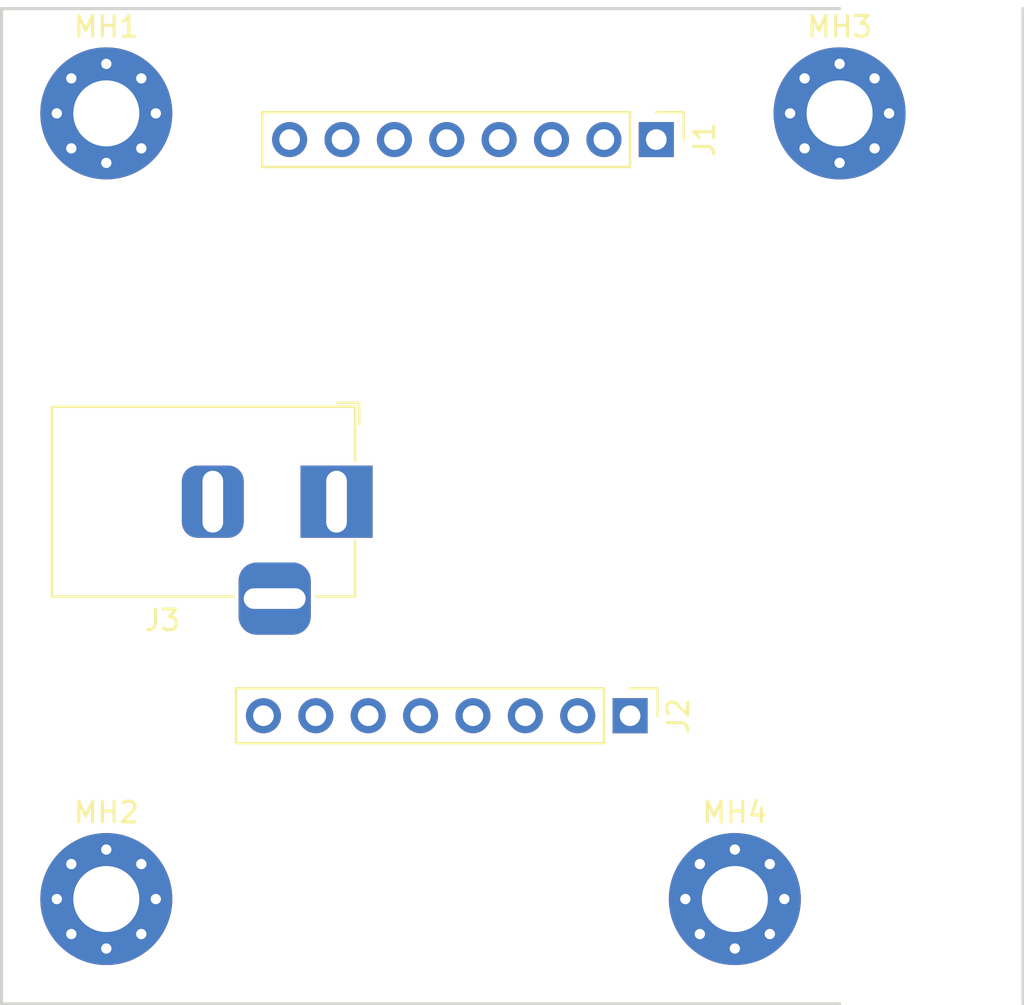
<source format=kicad_pcb>
(kicad_pcb (version 20171130) (host pcbnew "(5.0.0)")

  (general
    (thickness 1.6)
    (drawings 4)
    (tracks 0)
    (zones 0)
    (modules 7)
    (nets 3)
  )

  (page A4)
  (layers
    (0 F.Cu signal)
    (31 B.Cu signal)
    (32 B.Adhes user)
    (33 F.Adhes user)
    (34 B.Paste user)
    (35 F.Paste user)
    (36 B.SilkS user)
    (37 F.SilkS user)
    (38 B.Mask user)
    (39 F.Mask user)
    (40 Dwgs.User user)
    (41 Cmts.User user)
    (42 Eco1.User user)
    (43 Eco2.User user)
    (44 Edge.Cuts user)
    (45 Margin user)
    (46 B.CrtYd user)
    (47 F.CrtYd user)
    (48 B.Fab user)
    (49 F.Fab user)
  )

  (setup
    (last_trace_width 0.25)
    (trace_clearance 0.2)
    (zone_clearance 0.508)
    (zone_45_only no)
    (trace_min 0.2)
    (segment_width 0.2)
    (edge_width 0.15)
    (via_size 0.8)
    (via_drill 0.4)
    (via_min_size 0.4)
    (via_min_drill 0.3)
    (uvia_size 0.3)
    (uvia_drill 0.1)
    (uvias_allowed no)
    (uvia_min_size 0.2)
    (uvia_min_drill 0.1)
    (pcb_text_width 0.3)
    (pcb_text_size 1.5 1.5)
    (mod_edge_width 0.15)
    (mod_text_size 1 1)
    (mod_text_width 0.15)
    (pad_size 1.524 1.524)
    (pad_drill 0.762)
    (pad_to_mask_clearance 0.2)
    (aux_axis_origin 0 0)
    (visible_elements 7FFFFFFF)
    (pcbplotparams
      (layerselection 0x010fc_ffffffff)
      (usegerberextensions false)
      (usegerberattributes false)
      (usegerberadvancedattributes false)
      (creategerberjobfile false)
      (excludeedgelayer true)
      (linewidth 0.100000)
      (plotframeref false)
      (viasonmask false)
      (mode 1)
      (useauxorigin false)
      (hpglpennumber 1)
      (hpglpenspeed 20)
      (hpglpendiameter 15.000000)
      (psnegative false)
      (psa4output false)
      (plotreference true)
      (plotvalue true)
      (plotinvisibletext false)
      (padsonsilk false)
      (subtractmaskfromsilk false)
      (outputformat 1)
      (mirror false)
      (drillshape 1)
      (scaleselection 1)
      (outputdirectory ""))
  )

  (net 0 "")
  (net 1 VCC)
  (net 2 GND)

  (net_class Default "Это класс цепей по умолчанию."
    (clearance 0.2)
    (trace_width 0.25)
    (via_dia 0.8)
    (via_drill 0.4)
    (uvia_dia 0.3)
    (uvia_drill 0.1)
    (add_net GND)
    (add_net VCC)
  )

  (module Connector_PinHeader_2.54mm:PinHeader_1x08_P2.54mm_Vertical (layer F.Cu) (tedit 59FED5CC) (tstamp 5D385689)
    (at 163.83 40.64 270)
    (descr "Through hole straight pin header, 1x08, 2.54mm pitch, single row")
    (tags "Through hole pin header THT 1x08 2.54mm single row")
    (path /5D2C211E)
    (fp_text reference J1 (at 0 -2.33 270) (layer F.SilkS)
      (effects (font (size 1 1) (thickness 0.15)))
    )
    (fp_text value Conn_01x08_Male (at 0 20.11 270) (layer F.Fab)
      (effects (font (size 1 1) (thickness 0.15)))
    )
    (fp_line (start -0.635 -1.27) (end 1.27 -1.27) (layer F.Fab) (width 0.1))
    (fp_line (start 1.27 -1.27) (end 1.27 19.05) (layer F.Fab) (width 0.1))
    (fp_line (start 1.27 19.05) (end -1.27 19.05) (layer F.Fab) (width 0.1))
    (fp_line (start -1.27 19.05) (end -1.27 -0.635) (layer F.Fab) (width 0.1))
    (fp_line (start -1.27 -0.635) (end -0.635 -1.27) (layer F.Fab) (width 0.1))
    (fp_line (start -1.33 19.11) (end 1.33 19.11) (layer F.SilkS) (width 0.12))
    (fp_line (start -1.33 1.27) (end -1.33 19.11) (layer F.SilkS) (width 0.12))
    (fp_line (start 1.33 1.27) (end 1.33 19.11) (layer F.SilkS) (width 0.12))
    (fp_line (start -1.33 1.27) (end 1.33 1.27) (layer F.SilkS) (width 0.12))
    (fp_line (start -1.33 0) (end -1.33 -1.33) (layer F.SilkS) (width 0.12))
    (fp_line (start -1.33 -1.33) (end 0 -1.33) (layer F.SilkS) (width 0.12))
    (fp_line (start -1.8 -1.8) (end -1.8 19.55) (layer F.CrtYd) (width 0.05))
    (fp_line (start -1.8 19.55) (end 1.8 19.55) (layer F.CrtYd) (width 0.05))
    (fp_line (start 1.8 19.55) (end 1.8 -1.8) (layer F.CrtYd) (width 0.05))
    (fp_line (start 1.8 -1.8) (end -1.8 -1.8) (layer F.CrtYd) (width 0.05))
    (fp_text user %R (at 0 8.89) (layer F.Fab)
      (effects (font (size 1 1) (thickness 0.15)))
    )
    (pad 1 thru_hole rect (at 0 0 270) (size 1.7 1.7) (drill 1) (layers *.Cu *.Mask)
      (net 1 VCC))
    (pad 2 thru_hole oval (at 0 2.54 270) (size 1.7 1.7) (drill 1) (layers *.Cu *.Mask)
      (net 1 VCC))
    (pad 3 thru_hole oval (at 0 5.08 270) (size 1.7 1.7) (drill 1) (layers *.Cu *.Mask)
      (net 1 VCC))
    (pad 4 thru_hole oval (at 0 7.62 270) (size 1.7 1.7) (drill 1) (layers *.Cu *.Mask)
      (net 1 VCC))
    (pad 5 thru_hole oval (at 0 10.16 270) (size 1.7 1.7) (drill 1) (layers *.Cu *.Mask)
      (net 1 VCC))
    (pad 6 thru_hole oval (at 0 12.7 270) (size 1.7 1.7) (drill 1) (layers *.Cu *.Mask)
      (net 1 VCC))
    (pad 7 thru_hole oval (at 0 15.24 270) (size 1.7 1.7) (drill 1) (layers *.Cu *.Mask)
      (net 1 VCC))
    (pad 8 thru_hole oval (at 0 17.78 270) (size 1.7 1.7) (drill 1) (layers *.Cu *.Mask)
      (net 1 VCC))
    (model ${KISYS3DMOD}/Connector_PinHeader_2.54mm.3dshapes/PinHeader_1x08_P2.54mm_Vertical.wrl
      (at (xyz 0 0 0))
      (scale (xyz 1 1 1))
      (rotate (xyz 0 0 0))
    )
  )

  (module Connector_PinHeader_2.54mm:PinHeader_1x08_P2.54mm_Vertical (layer F.Cu) (tedit 59FED5CC) (tstamp 5D3856A5)
    (at 162.56 68.58 270)
    (descr "Through hole straight pin header, 1x08, 2.54mm pitch, single row")
    (tags "Through hole pin header THT 1x08 2.54mm single row")
    (path /5D2C21B3)
    (fp_text reference J2 (at 0 -2.33 270) (layer F.SilkS)
      (effects (font (size 1 1) (thickness 0.15)))
    )
    (fp_text value Conn_01x08_Male (at 0 20.11 270) (layer F.Fab)
      (effects (font (size 1 1) (thickness 0.15)))
    )
    (fp_text user %R (at 0 8.89) (layer F.Fab)
      (effects (font (size 1 1) (thickness 0.15)))
    )
    (fp_line (start 1.8 -1.8) (end -1.8 -1.8) (layer F.CrtYd) (width 0.05))
    (fp_line (start 1.8 19.55) (end 1.8 -1.8) (layer F.CrtYd) (width 0.05))
    (fp_line (start -1.8 19.55) (end 1.8 19.55) (layer F.CrtYd) (width 0.05))
    (fp_line (start -1.8 -1.8) (end -1.8 19.55) (layer F.CrtYd) (width 0.05))
    (fp_line (start -1.33 -1.33) (end 0 -1.33) (layer F.SilkS) (width 0.12))
    (fp_line (start -1.33 0) (end -1.33 -1.33) (layer F.SilkS) (width 0.12))
    (fp_line (start -1.33 1.27) (end 1.33 1.27) (layer F.SilkS) (width 0.12))
    (fp_line (start 1.33 1.27) (end 1.33 19.11) (layer F.SilkS) (width 0.12))
    (fp_line (start -1.33 1.27) (end -1.33 19.11) (layer F.SilkS) (width 0.12))
    (fp_line (start -1.33 19.11) (end 1.33 19.11) (layer F.SilkS) (width 0.12))
    (fp_line (start -1.27 -0.635) (end -0.635 -1.27) (layer F.Fab) (width 0.1))
    (fp_line (start -1.27 19.05) (end -1.27 -0.635) (layer F.Fab) (width 0.1))
    (fp_line (start 1.27 19.05) (end -1.27 19.05) (layer F.Fab) (width 0.1))
    (fp_line (start 1.27 -1.27) (end 1.27 19.05) (layer F.Fab) (width 0.1))
    (fp_line (start -0.635 -1.27) (end 1.27 -1.27) (layer F.Fab) (width 0.1))
    (pad 8 thru_hole oval (at 0 17.78 270) (size 1.7 1.7) (drill 1) (layers *.Cu *.Mask)
      (net 2 GND))
    (pad 7 thru_hole oval (at 0 15.24 270) (size 1.7 1.7) (drill 1) (layers *.Cu *.Mask)
      (net 2 GND))
    (pad 6 thru_hole oval (at 0 12.7 270) (size 1.7 1.7) (drill 1) (layers *.Cu *.Mask)
      (net 2 GND))
    (pad 5 thru_hole oval (at 0 10.16 270) (size 1.7 1.7) (drill 1) (layers *.Cu *.Mask)
      (net 2 GND))
    (pad 4 thru_hole oval (at 0 7.62 270) (size 1.7 1.7) (drill 1) (layers *.Cu *.Mask)
      (net 2 GND))
    (pad 3 thru_hole oval (at 0 5.08 270) (size 1.7 1.7) (drill 1) (layers *.Cu *.Mask)
      (net 2 GND))
    (pad 2 thru_hole oval (at 0 2.54 270) (size 1.7 1.7) (drill 1) (layers *.Cu *.Mask)
      (net 2 GND))
    (pad 1 thru_hole rect (at 0 0 270) (size 1.7 1.7) (drill 1) (layers *.Cu *.Mask)
      (net 2 GND))
    (model ${KISYS3DMOD}/Connector_PinHeader_2.54mm.3dshapes/PinHeader_1x08_P2.54mm_Vertical.wrl
      (at (xyz 0 0 0))
      (scale (xyz 1 1 1))
      (rotate (xyz 0 0 0))
    )
  )

  (module Connector_BarrelJack:BarrelJack_Horizontal (layer F.Cu) (tedit 5A1DBF6A) (tstamp 5D3856C8)
    (at 148.325001 58.200001)
    (descr "DC Barrel Jack")
    (tags "Power Jack")
    (path /5D2C22E3)
    (fp_text reference J3 (at -8.45 5.75) (layer F.SilkS)
      (effects (font (size 1 1) (thickness 0.15)))
    )
    (fp_text value Jack-DC (at -6.2 -5.5) (layer F.Fab)
      (effects (font (size 1 1) (thickness 0.15)))
    )
    (fp_text user %R (at -3 -2.95) (layer F.Fab)
      (effects (font (size 1 1) (thickness 0.15)))
    )
    (fp_line (start -0.003213 -4.505425) (end 0.8 -3.75) (layer F.Fab) (width 0.1))
    (fp_line (start 1.1 -3.75) (end 1.1 -4.8) (layer F.SilkS) (width 0.12))
    (fp_line (start 0.05 -4.8) (end 1.1 -4.8) (layer F.SilkS) (width 0.12))
    (fp_line (start 1 -4.5) (end 1 -4.75) (layer F.CrtYd) (width 0.05))
    (fp_line (start 1 -4.75) (end -14 -4.75) (layer F.CrtYd) (width 0.05))
    (fp_line (start 1 -4.5) (end 1 -2) (layer F.CrtYd) (width 0.05))
    (fp_line (start 1 -2) (end 2 -2) (layer F.CrtYd) (width 0.05))
    (fp_line (start 2 -2) (end 2 2) (layer F.CrtYd) (width 0.05))
    (fp_line (start 2 2) (end 1 2) (layer F.CrtYd) (width 0.05))
    (fp_line (start 1 2) (end 1 4.75) (layer F.CrtYd) (width 0.05))
    (fp_line (start 1 4.75) (end -1 4.75) (layer F.CrtYd) (width 0.05))
    (fp_line (start -1 4.75) (end -1 6.75) (layer F.CrtYd) (width 0.05))
    (fp_line (start -1 6.75) (end -5 6.75) (layer F.CrtYd) (width 0.05))
    (fp_line (start -5 6.75) (end -5 4.75) (layer F.CrtYd) (width 0.05))
    (fp_line (start -5 4.75) (end -14 4.75) (layer F.CrtYd) (width 0.05))
    (fp_line (start -14 4.75) (end -14 -4.75) (layer F.CrtYd) (width 0.05))
    (fp_line (start -5 4.6) (end -13.8 4.6) (layer F.SilkS) (width 0.12))
    (fp_line (start -13.8 4.6) (end -13.8 -4.6) (layer F.SilkS) (width 0.12))
    (fp_line (start 0.9 1.9) (end 0.9 4.6) (layer F.SilkS) (width 0.12))
    (fp_line (start 0.9 4.6) (end -1 4.6) (layer F.SilkS) (width 0.12))
    (fp_line (start -13.8 -4.6) (end 0.9 -4.6) (layer F.SilkS) (width 0.12))
    (fp_line (start 0.9 -4.6) (end 0.9 -2) (layer F.SilkS) (width 0.12))
    (fp_line (start -10.2 -4.5) (end -10.2 4.5) (layer F.Fab) (width 0.1))
    (fp_line (start -13.7 -4.5) (end -13.7 4.5) (layer F.Fab) (width 0.1))
    (fp_line (start -13.7 4.5) (end 0.8 4.5) (layer F.Fab) (width 0.1))
    (fp_line (start 0.8 4.5) (end 0.8 -3.75) (layer F.Fab) (width 0.1))
    (fp_line (start 0 -4.5) (end -13.7 -4.5) (layer F.Fab) (width 0.1))
    (pad 1 thru_hole rect (at 0 0) (size 3.5 3.5) (drill oval 1 3) (layers *.Cu *.Mask)
      (net 1 VCC))
    (pad 2 thru_hole roundrect (at -6 0) (size 3 3.5) (drill oval 1 3) (layers *.Cu *.Mask) (roundrect_rratio 0.25)
      (net 2 GND))
    (pad 3 thru_hole roundrect (at -3 4.7) (size 3.5 3.5) (drill oval 3 1) (layers *.Cu *.Mask) (roundrect_rratio 0.25))
    (model ${KISYS3DMOD}/Connector_BarrelJack.3dshapes/BarrelJack_Horizontal.wrl
      (at (xyz 0 0 0))
      (scale (xyz 1 1 1))
      (rotate (xyz 0 0 0))
    )
  )

  (module MountingHole:MountingHole_3.2mm_M3_Pad_Via (layer F.Cu) (tedit 56DDBCCA) (tstamp 5D389299)
    (at 137.16 39.37)
    (descr "Mounting Hole 3.2mm, M3")
    (tags "mounting hole 3.2mm m3")
    (path /5D2C50B0)
    (attr virtual)
    (fp_text reference MH1 (at 0 -4.2) (layer F.SilkS)
      (effects (font (size 1 1) (thickness 0.15)))
    )
    (fp_text value MountingHole (at 0 4.2) (layer F.Fab)
      (effects (font (size 1 1) (thickness 0.15)))
    )
    (fp_text user %R (at 0.3 0) (layer F.Fab)
      (effects (font (size 1 1) (thickness 0.15)))
    )
    (fp_circle (center 0 0) (end 3.2 0) (layer Cmts.User) (width 0.15))
    (fp_circle (center 0 0) (end 3.45 0) (layer F.CrtYd) (width 0.05))
    (pad 1 thru_hole circle (at 0 0) (size 6.4 6.4) (drill 3.2) (layers *.Cu *.Mask))
    (pad 1 thru_hole circle (at 2.4 0) (size 0.8 0.8) (drill 0.5) (layers *.Cu *.Mask))
    (pad 1 thru_hole circle (at 1.697056 1.697056) (size 0.8 0.8) (drill 0.5) (layers *.Cu *.Mask))
    (pad 1 thru_hole circle (at 0 2.4) (size 0.8 0.8) (drill 0.5) (layers *.Cu *.Mask))
    (pad 1 thru_hole circle (at -1.697056 1.697056) (size 0.8 0.8) (drill 0.5) (layers *.Cu *.Mask))
    (pad 1 thru_hole circle (at -2.4 0) (size 0.8 0.8) (drill 0.5) (layers *.Cu *.Mask))
    (pad 1 thru_hole circle (at -1.697056 -1.697056) (size 0.8 0.8) (drill 0.5) (layers *.Cu *.Mask))
    (pad 1 thru_hole circle (at 0 -2.4) (size 0.8 0.8) (drill 0.5) (layers *.Cu *.Mask))
    (pad 1 thru_hole circle (at 1.697056 -1.697056) (size 0.8 0.8) (drill 0.5) (layers *.Cu *.Mask))
  )

  (module MountingHole:MountingHole_3.2mm_M3_Pad_Via (layer F.Cu) (tedit 56DDBCCA) (tstamp 5D3892A9)
    (at 137.16 77.47)
    (descr "Mounting Hole 3.2mm, M3")
    (tags "mounting hole 3.2mm m3")
    (path /5D2C51AD)
    (attr virtual)
    (fp_text reference MH2 (at 0 -4.2) (layer F.SilkS)
      (effects (font (size 1 1) (thickness 0.15)))
    )
    (fp_text value MountingHole (at 0 4.2) (layer F.Fab)
      (effects (font (size 1 1) (thickness 0.15)))
    )
    (fp_text user %R (at 0.3 0) (layer F.Fab)
      (effects (font (size 1 1) (thickness 0.15)))
    )
    (fp_circle (center 0 0) (end 3.2 0) (layer Cmts.User) (width 0.15))
    (fp_circle (center 0 0) (end 3.45 0) (layer F.CrtYd) (width 0.05))
    (pad 1 thru_hole circle (at 0 0) (size 6.4 6.4) (drill 3.2) (layers *.Cu *.Mask))
    (pad 1 thru_hole circle (at 2.4 0) (size 0.8 0.8) (drill 0.5) (layers *.Cu *.Mask))
    (pad 1 thru_hole circle (at 1.697056 1.697056) (size 0.8 0.8) (drill 0.5) (layers *.Cu *.Mask))
    (pad 1 thru_hole circle (at 0 2.4) (size 0.8 0.8) (drill 0.5) (layers *.Cu *.Mask))
    (pad 1 thru_hole circle (at -1.697056 1.697056) (size 0.8 0.8) (drill 0.5) (layers *.Cu *.Mask))
    (pad 1 thru_hole circle (at -2.4 0) (size 0.8 0.8) (drill 0.5) (layers *.Cu *.Mask))
    (pad 1 thru_hole circle (at -1.697056 -1.697056) (size 0.8 0.8) (drill 0.5) (layers *.Cu *.Mask))
    (pad 1 thru_hole circle (at 0 -2.4) (size 0.8 0.8) (drill 0.5) (layers *.Cu *.Mask))
    (pad 1 thru_hole circle (at 1.697056 -1.697056) (size 0.8 0.8) (drill 0.5) (layers *.Cu *.Mask))
  )

  (module MountingHole:MountingHole_3.2mm_M3_Pad_Via (layer F.Cu) (tedit 56DDBCCA) (tstamp 5D3892B9)
    (at 172.72 39.37)
    (descr "Mounting Hole 3.2mm, M3")
    (tags "mounting hole 3.2mm m3")
    (path /5D2C5152)
    (attr virtual)
    (fp_text reference MH3 (at 0 -4.2) (layer F.SilkS)
      (effects (font (size 1 1) (thickness 0.15)))
    )
    (fp_text value MountingHole (at 0 4.2) (layer F.Fab)
      (effects (font (size 1 1) (thickness 0.15)))
    )
    (fp_circle (center 0 0) (end 3.45 0) (layer F.CrtYd) (width 0.05))
    (fp_circle (center 0 0) (end 3.2 0) (layer Cmts.User) (width 0.15))
    (fp_text user %R (at 0.3 0) (layer F.Fab)
      (effects (font (size 1 1) (thickness 0.15)))
    )
    (pad 1 thru_hole circle (at 1.697056 -1.697056) (size 0.8 0.8) (drill 0.5) (layers *.Cu *.Mask))
    (pad 1 thru_hole circle (at 0 -2.4) (size 0.8 0.8) (drill 0.5) (layers *.Cu *.Mask))
    (pad 1 thru_hole circle (at -1.697056 -1.697056) (size 0.8 0.8) (drill 0.5) (layers *.Cu *.Mask))
    (pad 1 thru_hole circle (at -2.4 0) (size 0.8 0.8) (drill 0.5) (layers *.Cu *.Mask))
    (pad 1 thru_hole circle (at -1.697056 1.697056) (size 0.8 0.8) (drill 0.5) (layers *.Cu *.Mask))
    (pad 1 thru_hole circle (at 0 2.4) (size 0.8 0.8) (drill 0.5) (layers *.Cu *.Mask))
    (pad 1 thru_hole circle (at 1.697056 1.697056) (size 0.8 0.8) (drill 0.5) (layers *.Cu *.Mask))
    (pad 1 thru_hole circle (at 2.4 0) (size 0.8 0.8) (drill 0.5) (layers *.Cu *.Mask))
    (pad 1 thru_hole circle (at 0 0) (size 6.4 6.4) (drill 3.2) (layers *.Cu *.Mask))
  )

  (module MountingHole:MountingHole_3.2mm_M3_Pad_Via (layer F.Cu) (tedit 56DDBCCA) (tstamp 5D3892C9)
    (at 167.64 77.47)
    (descr "Mounting Hole 3.2mm, M3")
    (tags "mounting hole 3.2mm m3")
    (path /5D2C5225)
    (attr virtual)
    (fp_text reference MH4 (at 0 -4.2) (layer F.SilkS)
      (effects (font (size 1 1) (thickness 0.15)))
    )
    (fp_text value MountingHole (at 0 4.2) (layer F.Fab)
      (effects (font (size 1 1) (thickness 0.15)))
    )
    (fp_circle (center 0 0) (end 3.45 0) (layer F.CrtYd) (width 0.05))
    (fp_circle (center 0 0) (end 3.2 0) (layer Cmts.User) (width 0.15))
    (fp_text user %R (at 0.3 0) (layer F.Fab)
      (effects (font (size 1 1) (thickness 0.15)))
    )
    (pad 1 thru_hole circle (at 1.697056 -1.697056) (size 0.8 0.8) (drill 0.5) (layers *.Cu *.Mask))
    (pad 1 thru_hole circle (at 0 -2.4) (size 0.8 0.8) (drill 0.5) (layers *.Cu *.Mask))
    (pad 1 thru_hole circle (at -1.697056 -1.697056) (size 0.8 0.8) (drill 0.5) (layers *.Cu *.Mask))
    (pad 1 thru_hole circle (at -2.4 0) (size 0.8 0.8) (drill 0.5) (layers *.Cu *.Mask))
    (pad 1 thru_hole circle (at -1.697056 1.697056) (size 0.8 0.8) (drill 0.5) (layers *.Cu *.Mask))
    (pad 1 thru_hole circle (at 0 2.4) (size 0.8 0.8) (drill 0.5) (layers *.Cu *.Mask))
    (pad 1 thru_hole circle (at 1.697056 1.697056) (size 0.8 0.8) (drill 0.5) (layers *.Cu *.Mask))
    (pad 1 thru_hole circle (at 2.4 0) (size 0.8 0.8) (drill 0.5) (layers *.Cu *.Mask))
    (pad 1 thru_hole circle (at 0 0) (size 6.4 6.4) (drill 3.2) (layers *.Cu *.Mask))
  )

  (gr_line (start 132.08 82.55) (end 132.08 34.29) (layer Edge.Cuts) (width 0.15))
  (gr_line (start 172.72 82.55) (end 132.08 82.55) (layer Edge.Cuts) (width 0.15))
  (gr_line (start 181.61 34.29) (end 181.61 82.55) (layer Edge.Cuts) (width 0.15))
  (gr_line (start 132.08 34.29) (end 172.72 34.29) (layer Edge.Cuts) (width 0.15))

)

</source>
